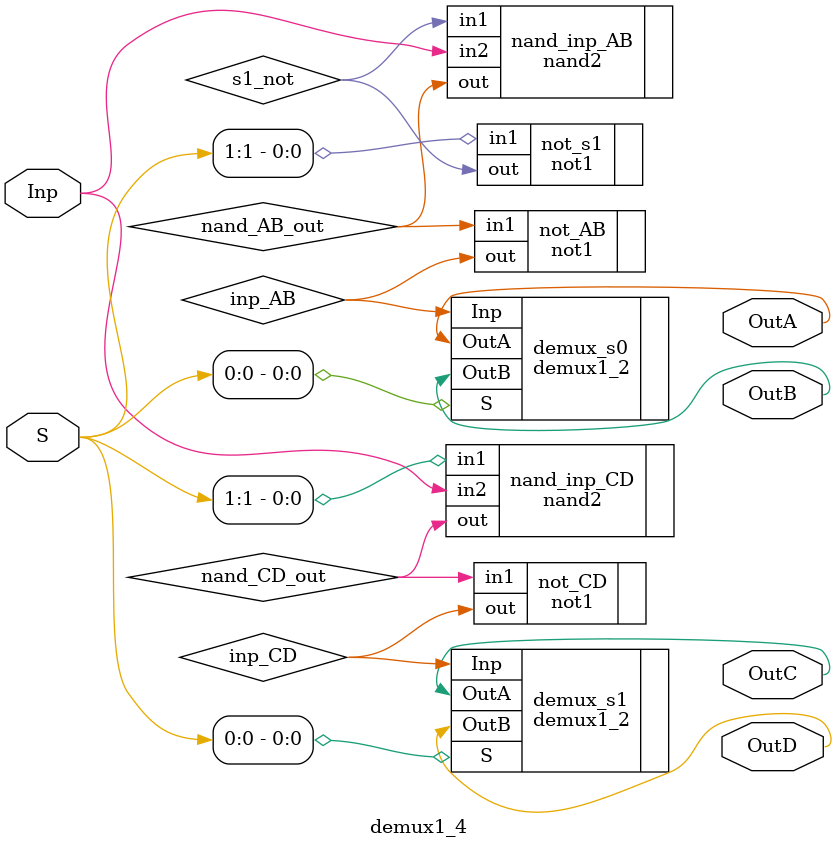
<source format=v>
module demux1_4 (Inp, S, OutA, OutB, OutC, OutD);
input Inp;
input [1:0] S;
output OutA;
output OutB;
output OutC;
output OutD;

wire nand_AB;
wire nand_CD;
wire nand_AB_out;
wire nand_CD_out;

wire inp_AB;
wire inp_CD;

wire s1_not;

not1 not_s1(   .in1(S[1]),
        .out(s1_not));

//NAND + NOT = AND
nand2 nand_inp_AB(  .in1(s1_not),
                    .in2(Inp),
                    .out(nand_AB_out));
not1 not_AB(   .in1(nand_AB_out),
        .out(inp_AB));

demux1_2 demux_s0(  .Inp(inp_AB), 
                    .S(S[0]), 
                    .OutA(OutA), 
                    .OutB(OutB));


//NAND + NOT = AND
nand2 nand_inp_CD(  .in1(S[1]),
                    .in2(Inp),
                    .out(nand_CD_out));
not1 not_CD(   .in1(nand_CD_out),
        .out(inp_CD));

demux1_2 demux_s1(  .Inp(inp_CD), 
                    .S(S[0]), 
                    .OutA(OutC), 
                    .OutB(OutD));


endmodule
</source>
